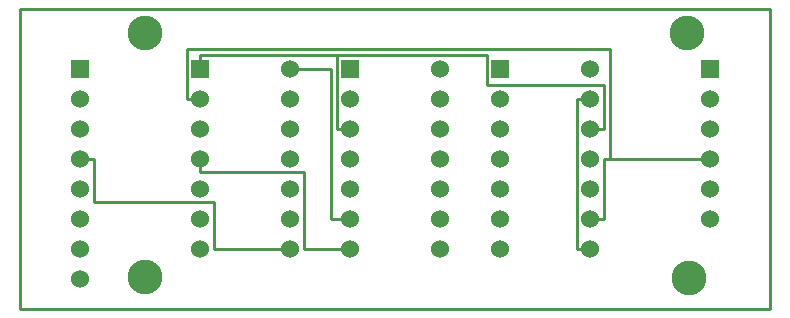
<source format=gbr>
G04 start of page 7 for group 5 idx 5 *
G04 Title: (unknown), bottom *
G04 Creator: pcb 4.2.2 *
G04 CreationDate: Sun Aug 11 23:19:42 2024 UTC *
G04 For: electronics *
G04 Format: Gerber/RS-274X *
G04 PCB-Dimensions (mil): 2500.00 1000.00 *
G04 PCB-Coordinate-Origin: lower left *
%MOIN*%
%FSLAX25Y25*%
%LNBOTTOM*%
%ADD52C,0.0280*%
%ADD51C,0.0380*%
%ADD50C,0.1100*%
%ADD49C,0.1160*%
%ADD48C,0.0600*%
%ADD47C,0.0001*%
%ADD46C,0.0100*%
G54D46*X0Y100000D02*Y0D01*
Y100000D02*X250000D01*
X0Y0D02*X250000D01*
Y100000D02*Y0D01*
X110000Y20000D02*X94500D01*
Y45500D02*Y20000D01*
X90000Y20000D02*X64500D01*
X110000Y30000D02*X103500D01*
X55500Y86500D02*Y70000D01*
X60000Y70000D02*X55500D01*
X60000Y84500D02*Y80000D01*
X94500Y45500D02*X60000D01*
Y50000D02*Y45500D01*
X64500Y35500D02*Y20000D01*
X64500Y35500D02*X24500D01*
Y50000D02*Y35500D01*
X24500Y50000D02*X20000D01*
X103500Y80000D02*X90000D01*
X103500D02*Y30000D01*
X190000Y20000D02*X185500D01*
Y70000D02*Y20000D01*
X190000Y70000D02*X185500D01*
X194500Y30000D02*X190000D01*
X212250Y50000D02*X196500D01*
X230000D02*X194500D01*
X196500Y86500D02*Y50000D01*
X194500Y50000D02*Y30000D01*
X196500Y86500D02*X55500D01*
X155500Y84500D02*X105500D01*
X105500D02*X60000D01*
X105500D02*Y72250D01*
Y84500D02*Y60000D01*
X110000Y60000D02*X105500D01*
X155500Y84500D02*Y74500D01*
X194500Y74500D02*X155500D01*
X194500D02*Y60000D01*
X194500Y60000D02*X190000D01*
G54D47*G36*
X227000Y83000D02*Y77000D01*
X233000D01*
Y83000D01*
X227000D01*
G37*
G54D48*X230000Y70000D03*
Y60000D03*
Y50000D03*
Y40000D03*
Y30000D03*
X20000Y50000D03*
Y40000D03*
Y30000D03*
Y20000D03*
G54D47*G36*
X17000Y83000D02*Y77000D01*
X23000D01*
Y83000D01*
X17000D01*
G37*
G54D48*X20000Y70000D03*
Y60000D03*
Y10000D03*
G54D47*G36*
X57000Y83000D02*Y77000D01*
X63000D01*
Y83000D01*
X57000D01*
G37*
G54D48*X60000Y70000D03*
Y60000D03*
Y50000D03*
X90000D03*
Y60000D03*
Y70000D03*
Y80000D03*
G54D47*G36*
X107000Y83000D02*Y77000D01*
X113000D01*
Y83000D01*
X107000D01*
G37*
G54D48*X110000Y70000D03*
X60000Y40000D03*
X90000D03*
X140000D03*
Y50000D03*
X60000Y30000D03*
Y20000D03*
X90000D03*
Y30000D03*
X140000Y20000D03*
Y30000D03*
X110000Y50000D03*
Y40000D03*
Y30000D03*
Y20000D03*
X190000D03*
Y30000D03*
Y40000D03*
Y50000D03*
Y60000D03*
Y70000D03*
Y80000D03*
X110000Y60000D03*
X140000D03*
Y70000D03*
Y80000D03*
G54D47*G36*
X157000Y83000D02*Y77000D01*
X163000D01*
Y83000D01*
X157000D01*
G37*
G54D48*X160000Y70000D03*
Y60000D03*
Y50000D03*
Y40000D03*
Y30000D03*
Y20000D03*
G54D49*X222170Y92069D03*
X222791Y10457D03*
X41464Y10679D03*
Y92132D03*
G54D50*G54D51*G54D52*M02*

</source>
